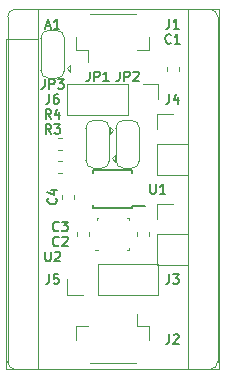
<source format=gbr>
%TF.GenerationSoftware,KiCad,Pcbnew,5.1.6+dfsg1-1~bpo10+1*%
%TF.CreationDate,Date%
%TF.ProjectId,ProMicro_QWIIC,50726f4d-6963-4726-9f5f-51574949432e,v1.0*%
%TF.SameCoordinates,Original*%
%TF.FileFunction,Legend,Top*%
%TF.FilePolarity,Positive*%
%FSLAX45Y45*%
G04 Gerber Fmt 4.5, Leading zero omitted, Abs format (unit mm)*
G04 Created by KiCad*
%MOMM*%
%LPD*%
G01*
G04 APERTURE LIST*
%TA.AperFunction,Profile*%
%ADD10C,0.100000*%
%TD*%
%ADD11C,0.120000*%
%ADD12C,0.100000*%
%ADD13C,0.150000*%
%ADD14C,0.200000*%
%ADD15R,1.500000X1.000000*%
%ADD16O,1.700000X1.700000*%
%ADD17R,1.700000X1.700000*%
%ADD18R,0.500000X0.350000*%
%ADD19R,1.100000X0.250000*%
%ADD20O,1.600000X1.600000*%
%ADD21R,1.600000X1.600000*%
G04 APERTURE END LIST*
D10*
X1651000Y63500D02*
X1651000Y-2857500D01*
X-127000Y-2857500D02*
X-127000Y63500D01*
X-63500Y-2921000D02*
G75*
G02*
X-127000Y-2857500I0J63500D01*
G01*
X1651000Y-2857500D02*
G75*
G02*
X1587500Y-2921000I-63500J0D01*
G01*
X1587500Y127000D02*
G75*
G02*
X1651000Y63500I0J-63500D01*
G01*
X-127000Y63500D02*
G75*
G02*
X-63500Y127000I63500J0D01*
G01*
X1587500Y-2921000D02*
X-63500Y-2921000D01*
X-63500Y127000D02*
X1587500Y127000D01*
D11*
X374000Y-374000D02*
X404000Y-344000D01*
X404000Y-404000D02*
X404000Y-344000D01*
X374000Y-374000D02*
X404000Y-404000D01*
X284000Y-459000D02*
X224000Y-459000D01*
X354000Y-114000D02*
X354000Y-394000D01*
X224000Y-49000D02*
X284000Y-49000D01*
X154000Y-394000D02*
X154000Y-114000D01*
X224000Y-459000D02*
G75*
G02*
X154000Y-389000I0J70000D01*
G01*
X354000Y-389000D02*
G75*
G02*
X284000Y-459000I-70000J0D01*
G01*
X284000Y-49000D02*
G75*
G02*
X354000Y-119000I0J-70000D01*
G01*
X154000Y-119000D02*
G75*
G02*
X224000Y-49000I70000J0D01*
G01*
X457000Y-1794278D02*
X457000Y-1761722D01*
X559000Y-1794278D02*
X559000Y-1761722D01*
X965000Y-1794278D02*
X965000Y-1761722D01*
X1067000Y-1794278D02*
X1067000Y-1761722D01*
X375000Y-502000D02*
X375000Y-768000D01*
X889000Y-502000D02*
X375000Y-502000D01*
X889000Y-768000D02*
X375000Y-768000D01*
X889000Y-502000D02*
X889000Y-768000D01*
X1016000Y-502000D02*
X1149000Y-502000D01*
X1149000Y-502000D02*
X1149000Y-635000D01*
X1149000Y-2292000D02*
X1149000Y-2026000D01*
X635000Y-2292000D02*
X1149000Y-2292000D01*
X635000Y-2026000D02*
X1149000Y-2026000D01*
X635000Y-2292000D02*
X635000Y-2026000D01*
X508000Y-2292000D02*
X375000Y-2292000D01*
X375000Y-2292000D02*
X375000Y-2159000D01*
X769000Y-896000D02*
X739000Y-926000D01*
X739000Y-866000D02*
X739000Y-926000D01*
X769000Y-896000D02*
X739000Y-866000D01*
X859000Y-811000D02*
X919000Y-811000D01*
X789000Y-1156000D02*
X789000Y-876000D01*
X919000Y-1221000D02*
X859000Y-1221000D01*
X989000Y-876000D02*
X989000Y-1156000D01*
X919000Y-811000D02*
G75*
G02*
X989000Y-881000I0J-70000D01*
G01*
X789000Y-881000D02*
G75*
G02*
X859000Y-811000I70000J0D01*
G01*
X859000Y-1221000D02*
G75*
G02*
X789000Y-1151000I0J70000D01*
G01*
X989000Y-1151000D02*
G75*
G02*
X919000Y-1221000I-70000J0D01*
G01*
X755000Y-1136000D02*
X785000Y-1106000D01*
X785000Y-1166000D02*
X785000Y-1106000D01*
X755000Y-1136000D02*
X785000Y-1166000D01*
X665000Y-1221000D02*
X605000Y-1221000D01*
X735000Y-876000D02*
X735000Y-1156000D01*
X605000Y-811000D02*
X665000Y-811000D01*
X535000Y-1156000D02*
X535000Y-876000D01*
X605000Y-1221000D02*
G75*
G02*
X535000Y-1151000I0J70000D01*
G01*
X735000Y-1151000D02*
G75*
G02*
X665000Y-1221000I-70000J0D01*
G01*
X665000Y-811000D02*
G75*
G02*
X735000Y-881000I0J-70000D01*
G01*
X535000Y-881000D02*
G75*
G02*
X605000Y-811000I70000J0D01*
G01*
D12*
X898000Y-1913000D02*
X898000Y-1898000D01*
X897000Y-1913000D02*
X882000Y-1913000D01*
X897000Y-1643000D02*
X882000Y-1643000D01*
X897000Y-1643000D02*
X897000Y-1658000D01*
X627000Y-1658000D02*
X627000Y-1643000D01*
X627000Y-1643000D02*
X642000Y-1643000D01*
X642000Y-1913000D02*
X617000Y-1913000D01*
D13*
X924500Y-1559500D02*
X924500Y-1542000D01*
X599500Y-1559500D02*
X599500Y-1532000D01*
X599500Y-1234500D02*
X599500Y-1262000D01*
X924500Y-1234500D02*
X924500Y-1262000D01*
X924500Y-1559500D02*
X599500Y-1559500D01*
X924500Y-1234500D02*
X599500Y-1234500D01*
X924500Y-1542000D02*
X1032000Y-1542000D01*
D11*
X1137000Y-1276000D02*
X1403000Y-1276000D01*
X1137000Y-1016000D02*
X1137000Y-1276000D01*
X1403000Y-1016000D02*
X1403000Y-1276000D01*
X1137000Y-1016000D02*
X1403000Y-1016000D01*
X1137000Y-889000D02*
X1137000Y-756000D01*
X1137000Y-756000D02*
X1270000Y-756000D01*
X1137000Y-2038000D02*
X1403000Y-2038000D01*
X1137000Y-1778000D02*
X1137000Y-2038000D01*
X1403000Y-1778000D02*
X1403000Y-2038000D01*
X1137000Y-1778000D02*
X1403000Y-1778000D01*
X1137000Y-1651000D02*
X1137000Y-1518000D01*
X1137000Y-1518000D02*
X1270000Y-1518000D01*
X301222Y-965000D02*
X333778Y-965000D01*
X301222Y-1067000D02*
X333778Y-1067000D01*
X301222Y-1155500D02*
X333778Y-1155500D01*
X301222Y-1257500D02*
X333778Y-1257500D01*
X1219000Y-397278D02*
X1219000Y-364722D01*
X1321000Y-397278D02*
X1321000Y-364722D01*
X1073000Y-2671000D02*
X1073000Y-2556000D01*
X1073000Y-2556000D02*
X968000Y-2556000D01*
X968000Y-2556000D02*
X968000Y-2457000D01*
X451000Y-2671000D02*
X451000Y-2556000D01*
X451000Y-2556000D02*
X556000Y-2556000D01*
X956000Y-2868000D02*
X568000Y-2868000D01*
X451000Y-106000D02*
X451000Y-221000D01*
X451000Y-221000D02*
X556000Y-221000D01*
X556000Y-221000D02*
X556000Y-320000D01*
X1073000Y-106000D02*
X1073000Y-221000D01*
X1073000Y-221000D02*
X968000Y-221000D01*
X568000Y91000D02*
X956000Y91000D01*
X1664000Y127000D02*
X127000Y127000D01*
X1664000Y-2921000D02*
X1664000Y127000D01*
X-140000Y-2921000D02*
X1664000Y-2921000D01*
X127000Y127000D02*
X127000Y-2921000D01*
X127000Y-127000D02*
X-140000Y-127000D01*
X1397000Y127000D02*
X1397000Y-2921000D01*
X-140000Y-127000D02*
X-140000Y-2921000D01*
X432000Y-1444222D02*
X432000Y-1476778D01*
X330000Y-1444222D02*
X330000Y-1476778D01*
D14*
X187333Y-464190D02*
X187333Y-521333D01*
X183524Y-532762D01*
X175905Y-540381D01*
X164476Y-544190D01*
X156857Y-544190D01*
X225428Y-544190D02*
X225428Y-464190D01*
X255905Y-464190D01*
X263524Y-468000D01*
X267333Y-471809D01*
X271143Y-479428D01*
X271143Y-490857D01*
X267333Y-498476D01*
X263524Y-502286D01*
X255905Y-506095D01*
X225428Y-506095D01*
X297810Y-464190D02*
X347333Y-464190D01*
X320667Y-494667D01*
X332095Y-494667D01*
X339714Y-498476D01*
X343524Y-502286D01*
X347333Y-509905D01*
X347333Y-528952D01*
X343524Y-536571D01*
X339714Y-540381D01*
X332095Y-544190D01*
X309238Y-544190D01*
X301619Y-540381D01*
X297810Y-536571D01*
X304167Y-1743071D02*
X300357Y-1746881D01*
X288929Y-1750690D01*
X281310Y-1750690D01*
X269881Y-1746881D01*
X262262Y-1739262D01*
X258452Y-1731643D01*
X254643Y-1716405D01*
X254643Y-1704976D01*
X258452Y-1689738D01*
X262262Y-1682119D01*
X269881Y-1674500D01*
X281310Y-1670690D01*
X288929Y-1670690D01*
X300357Y-1674500D01*
X304167Y-1678309D01*
X330833Y-1670690D02*
X380357Y-1670690D01*
X353690Y-1701167D01*
X365119Y-1701167D01*
X372738Y-1704976D01*
X376548Y-1708786D01*
X380357Y-1716405D01*
X380357Y-1735452D01*
X376548Y-1743071D01*
X372738Y-1746881D01*
X365119Y-1750690D01*
X342262Y-1750690D01*
X334643Y-1746881D01*
X330833Y-1743071D01*
X304167Y-1870071D02*
X300357Y-1873881D01*
X288929Y-1877690D01*
X281310Y-1877690D01*
X269881Y-1873881D01*
X262262Y-1866262D01*
X258452Y-1858643D01*
X254643Y-1843405D01*
X254643Y-1831976D01*
X258452Y-1816738D01*
X262262Y-1809119D01*
X269881Y-1801500D01*
X281310Y-1797690D01*
X288929Y-1797690D01*
X300357Y-1801500D01*
X304167Y-1805309D01*
X334643Y-1805309D02*
X338452Y-1801500D01*
X346071Y-1797690D01*
X365119Y-1797690D01*
X372738Y-1801500D01*
X376548Y-1805309D01*
X380357Y-1812928D01*
X380357Y-1820548D01*
X376548Y-1831976D01*
X330833Y-1877690D01*
X380357Y-1877690D01*
X227333Y-591190D02*
X227333Y-648333D01*
X223524Y-659762D01*
X215905Y-667381D01*
X204476Y-671190D01*
X196857Y-671190D01*
X299714Y-591190D02*
X284476Y-591190D01*
X276857Y-595000D01*
X273048Y-598810D01*
X265429Y-610238D01*
X261619Y-625476D01*
X261619Y-655952D01*
X265429Y-663571D01*
X269238Y-667381D01*
X276857Y-671190D01*
X292095Y-671190D01*
X299714Y-667381D01*
X303524Y-663571D01*
X307333Y-655952D01*
X307333Y-636905D01*
X303524Y-629286D01*
X299714Y-625476D01*
X292095Y-621667D01*
X276857Y-621667D01*
X269238Y-625476D01*
X265429Y-629286D01*
X261619Y-636905D01*
X227333Y-2115190D02*
X227333Y-2172333D01*
X223524Y-2183762D01*
X215905Y-2191381D01*
X204476Y-2195190D01*
X196857Y-2195190D01*
X303524Y-2115190D02*
X265429Y-2115190D01*
X261619Y-2153286D01*
X265429Y-2149476D01*
X273048Y-2145667D01*
X292095Y-2145667D01*
X299714Y-2149476D01*
X303524Y-2153286D01*
X307333Y-2160905D01*
X307333Y-2179952D01*
X303524Y-2187571D01*
X299714Y-2191381D01*
X292095Y-2195190D01*
X273048Y-2195190D01*
X265429Y-2191381D01*
X261619Y-2187571D01*
X822333Y-400690D02*
X822333Y-457833D01*
X818524Y-469262D01*
X810905Y-476881D01*
X799476Y-480690D01*
X791857Y-480690D01*
X860428Y-480690D02*
X860428Y-400690D01*
X890905Y-400690D01*
X898524Y-404500D01*
X902333Y-408309D01*
X906143Y-415928D01*
X906143Y-427357D01*
X902333Y-434976D01*
X898524Y-438786D01*
X890905Y-442595D01*
X860428Y-442595D01*
X936619Y-408309D02*
X940428Y-404500D01*
X948048Y-400690D01*
X967095Y-400690D01*
X974714Y-404500D01*
X978524Y-408309D01*
X982333Y-415928D01*
X982333Y-423548D01*
X978524Y-434976D01*
X932809Y-480690D01*
X982333Y-480690D01*
X568333Y-400690D02*
X568333Y-457833D01*
X564524Y-469262D01*
X556905Y-476881D01*
X545476Y-480690D01*
X537857Y-480690D01*
X606429Y-480690D02*
X606429Y-400690D01*
X636905Y-400690D01*
X644524Y-404500D01*
X648333Y-408309D01*
X652143Y-415928D01*
X652143Y-427357D01*
X648333Y-434976D01*
X644524Y-438786D01*
X636905Y-442595D01*
X606429Y-442595D01*
X728333Y-480690D02*
X682619Y-480690D01*
X705476Y-480690D02*
X705476Y-400690D01*
X697857Y-412119D01*
X690238Y-419738D01*
X682619Y-423548D01*
X193048Y-1924690D02*
X193048Y-1989452D01*
X196857Y-1997071D01*
X200667Y-2000881D01*
X208286Y-2004690D01*
X223524Y-2004690D01*
X231143Y-2000881D01*
X234952Y-1997071D01*
X238762Y-1989452D01*
X238762Y-1924690D01*
X273048Y-1932309D02*
X276857Y-1928500D01*
X284476Y-1924690D01*
X303524Y-1924690D01*
X311143Y-1928500D01*
X314952Y-1932309D01*
X318762Y-1939928D01*
X318762Y-1947548D01*
X314952Y-1958976D01*
X269238Y-2004690D01*
X318762Y-2004690D01*
X1082048Y-1353190D02*
X1082048Y-1417952D01*
X1085857Y-1425571D01*
X1089667Y-1429381D01*
X1097286Y-1433190D01*
X1112524Y-1433190D01*
X1120143Y-1429381D01*
X1123952Y-1425571D01*
X1127762Y-1417952D01*
X1127762Y-1353190D01*
X1207762Y-1433190D02*
X1162048Y-1433190D01*
X1184905Y-1433190D02*
X1184905Y-1353190D01*
X1177286Y-1364619D01*
X1169667Y-1372238D01*
X1162048Y-1376048D01*
X1243333Y-591190D02*
X1243333Y-648333D01*
X1239524Y-659762D01*
X1231905Y-667381D01*
X1220476Y-671190D01*
X1212857Y-671190D01*
X1315714Y-617857D02*
X1315714Y-671190D01*
X1296667Y-587381D02*
X1277619Y-644524D01*
X1327143Y-644524D01*
X1243333Y-2115190D02*
X1243333Y-2172333D01*
X1239524Y-2183762D01*
X1231905Y-2191381D01*
X1220476Y-2195190D01*
X1212857Y-2195190D01*
X1273810Y-2115190D02*
X1323333Y-2115190D01*
X1296667Y-2145667D01*
X1308095Y-2145667D01*
X1315714Y-2149476D01*
X1319524Y-2153286D01*
X1323333Y-2160905D01*
X1323333Y-2179952D01*
X1319524Y-2187571D01*
X1315714Y-2191381D01*
X1308095Y-2195190D01*
X1285238Y-2195190D01*
X1277619Y-2191381D01*
X1273810Y-2187571D01*
X240667Y-798190D02*
X214000Y-760095D01*
X194952Y-798190D02*
X194952Y-718190D01*
X225428Y-718190D01*
X233048Y-722000D01*
X236857Y-725809D01*
X240667Y-733428D01*
X240667Y-744857D01*
X236857Y-752476D01*
X233048Y-756286D01*
X225428Y-760095D01*
X194952Y-760095D01*
X309238Y-744857D02*
X309238Y-798190D01*
X290190Y-714381D02*
X271143Y-771524D01*
X320667Y-771524D01*
X240667Y-925190D02*
X214000Y-887095D01*
X194952Y-925190D02*
X194952Y-845190D01*
X225428Y-845190D01*
X233048Y-849000D01*
X236857Y-852809D01*
X240667Y-860428D01*
X240667Y-871857D01*
X236857Y-879476D01*
X233048Y-883286D01*
X225428Y-887095D01*
X194952Y-887095D01*
X267333Y-845190D02*
X316857Y-845190D01*
X290190Y-875667D01*
X301619Y-875667D01*
X309238Y-879476D01*
X313048Y-883286D01*
X316857Y-890905D01*
X316857Y-909952D01*
X313048Y-917571D01*
X309238Y-921381D01*
X301619Y-925190D01*
X278762Y-925190D01*
X271143Y-921381D01*
X267333Y-917571D01*
X1256667Y-155571D02*
X1252857Y-159381D01*
X1241429Y-163190D01*
X1233810Y-163190D01*
X1222381Y-159381D01*
X1214762Y-151762D01*
X1210952Y-144143D01*
X1207143Y-128905D01*
X1207143Y-117476D01*
X1210952Y-102238D01*
X1214762Y-94619D01*
X1222381Y-87000D01*
X1233810Y-83190D01*
X1241429Y-83190D01*
X1252857Y-87000D01*
X1256667Y-90809D01*
X1332857Y-163190D02*
X1287143Y-163190D01*
X1310000Y-163190D02*
X1310000Y-83190D01*
X1302381Y-94619D01*
X1294762Y-102238D01*
X1287143Y-106048D01*
X1243333Y-2623190D02*
X1243333Y-2680333D01*
X1239524Y-2691762D01*
X1231905Y-2699381D01*
X1220476Y-2703190D01*
X1212857Y-2703190D01*
X1277619Y-2630810D02*
X1281429Y-2627000D01*
X1289048Y-2623190D01*
X1308095Y-2623190D01*
X1315714Y-2627000D01*
X1319524Y-2630810D01*
X1323333Y-2638429D01*
X1323333Y-2646048D01*
X1319524Y-2657476D01*
X1273810Y-2703190D01*
X1323333Y-2703190D01*
X1243333Y43810D02*
X1243333Y-13333D01*
X1239524Y-24762D01*
X1231905Y-32381D01*
X1220476Y-36190D01*
X1212857Y-36190D01*
X1323333Y-36190D02*
X1277619Y-36190D01*
X1300476Y-36190D02*
X1300476Y43810D01*
X1292857Y32381D01*
X1285238Y24762D01*
X1277619Y20952D01*
X196857Y-13333D02*
X234952Y-13333D01*
X189238Y-36190D02*
X215905Y43810D01*
X242571Y-36190D01*
X311143Y-36190D02*
X265429Y-36190D01*
X288286Y-36190D02*
X288286Y43810D01*
X280667Y32381D01*
X273048Y24762D01*
X265429Y20952D01*
X282571Y-1473833D02*
X286381Y-1477643D01*
X290190Y-1489071D01*
X290190Y-1496690D01*
X286381Y-1508119D01*
X278762Y-1515738D01*
X271143Y-1519548D01*
X255905Y-1523357D01*
X244476Y-1523357D01*
X229238Y-1519548D01*
X221619Y-1515738D01*
X214000Y-1508119D01*
X210190Y-1496690D01*
X210190Y-1489071D01*
X214000Y-1477643D01*
X217809Y-1473833D01*
X236857Y-1405262D02*
X290190Y-1405262D01*
X206381Y-1424309D02*
X263524Y-1443357D01*
X263524Y-1393833D01*
%LPC*%
D13*
G36*
X329000Y-329000D02*
G01*
X329000Y-384000D01*
X328940Y-384000D01*
X328940Y-386453D01*
X328459Y-391336D01*
X327502Y-396149D01*
X326077Y-400844D01*
X324200Y-405378D01*
X321886Y-409705D01*
X319160Y-413785D01*
X316048Y-417578D01*
X312578Y-421048D01*
X308785Y-424160D01*
X304705Y-426886D01*
X300378Y-429199D01*
X295845Y-431077D01*
X291149Y-432502D01*
X286337Y-433459D01*
X281453Y-433940D01*
X279000Y-433940D01*
X279000Y-434000D01*
X229000Y-434000D01*
X229000Y-433940D01*
X226547Y-433940D01*
X221663Y-433459D01*
X216851Y-432502D01*
X212155Y-431077D01*
X207622Y-429199D01*
X203295Y-426886D01*
X199215Y-424160D01*
X195422Y-421048D01*
X191952Y-417578D01*
X188840Y-413785D01*
X186114Y-409705D01*
X183800Y-405378D01*
X181923Y-400844D01*
X180498Y-396149D01*
X179541Y-391336D01*
X179060Y-386453D01*
X179060Y-384000D01*
X179000Y-384000D01*
X179000Y-329000D01*
X329000Y-329000D01*
G37*
D15*
X254000Y-254000D03*
D13*
G36*
X179060Y-124000D02*
G01*
X179060Y-121547D01*
X179541Y-116663D01*
X180498Y-111851D01*
X181923Y-107155D01*
X183800Y-102622D01*
X186114Y-98295D01*
X188840Y-94215D01*
X191952Y-90422D01*
X195422Y-86952D01*
X199215Y-83840D01*
X203295Y-81114D01*
X207622Y-78801D01*
X212155Y-76923D01*
X216851Y-75498D01*
X221663Y-74541D01*
X226547Y-74060D01*
X229000Y-74060D01*
X229000Y-74000D01*
X279000Y-74000D01*
X279000Y-74060D01*
X281453Y-74060D01*
X286337Y-74541D01*
X291149Y-75498D01*
X295845Y-76923D01*
X300378Y-78801D01*
X304705Y-81114D01*
X308785Y-83840D01*
X312578Y-86952D01*
X316048Y-90422D01*
X319160Y-94215D01*
X321886Y-98295D01*
X324200Y-102622D01*
X326077Y-107155D01*
X327502Y-111851D01*
X328459Y-116663D01*
X328940Y-121547D01*
X328940Y-124000D01*
X329000Y-124000D01*
X329000Y-179000D01*
X179000Y-179000D01*
X179000Y-124000D01*
X179060Y-124000D01*
G37*
G36*
G01*
X533625Y-1743000D02*
X482375Y-1743000D01*
G75*
G02*
X460500Y-1721125I0J21875D01*
G01*
X460500Y-1677375D01*
G75*
G02*
X482375Y-1655500I21875J0D01*
G01*
X533625Y-1655500D01*
G75*
G02*
X555500Y-1677375I0J-21875D01*
G01*
X555500Y-1721125D01*
G75*
G02*
X533625Y-1743000I-21875J0D01*
G01*
G37*
G36*
G01*
X533625Y-1900500D02*
X482375Y-1900500D01*
G75*
G02*
X460500Y-1878625I0J21875D01*
G01*
X460500Y-1834875D01*
G75*
G02*
X482375Y-1813000I21875J0D01*
G01*
X533625Y-1813000D01*
G75*
G02*
X555500Y-1834875I0J-21875D01*
G01*
X555500Y-1878625D01*
G75*
G02*
X533625Y-1900500I-21875J0D01*
G01*
G37*
G36*
G01*
X1041625Y-1743000D02*
X990375Y-1743000D01*
G75*
G02*
X968500Y-1721125I0J21875D01*
G01*
X968500Y-1677375D01*
G75*
G02*
X990375Y-1655500I21875J0D01*
G01*
X1041625Y-1655500D01*
G75*
G02*
X1063500Y-1677375I0J-21875D01*
G01*
X1063500Y-1721125D01*
G75*
G02*
X1041625Y-1743000I-21875J0D01*
G01*
G37*
G36*
G01*
X1041625Y-1900500D02*
X990375Y-1900500D01*
G75*
G02*
X968500Y-1878625I0J21875D01*
G01*
X968500Y-1834875D01*
G75*
G02*
X990375Y-1813000I21875J0D01*
G01*
X1041625Y-1813000D01*
G75*
G02*
X1063500Y-1834875I0J-21875D01*
G01*
X1063500Y-1878625D01*
G75*
G02*
X1041625Y-1900500I-21875J0D01*
G01*
G37*
D16*
X508000Y-635000D03*
X762000Y-635000D03*
D17*
X1016000Y-635000D03*
D16*
X1016000Y-2159000D03*
X762000Y-2159000D03*
D17*
X508000Y-2159000D03*
D13*
G36*
X814000Y-941000D02*
G01*
X814000Y-886000D01*
X814060Y-886000D01*
X814060Y-883547D01*
X814541Y-878663D01*
X815498Y-873851D01*
X816923Y-869155D01*
X818800Y-864622D01*
X821114Y-860295D01*
X823840Y-856215D01*
X826952Y-852422D01*
X830422Y-848952D01*
X834215Y-845840D01*
X838295Y-843114D01*
X842622Y-840800D01*
X847155Y-838923D01*
X851851Y-837498D01*
X856663Y-836541D01*
X861547Y-836060D01*
X864000Y-836060D01*
X864000Y-836000D01*
X914000Y-836000D01*
X914000Y-836060D01*
X916453Y-836060D01*
X921336Y-836541D01*
X926149Y-837498D01*
X930844Y-838923D01*
X935378Y-840800D01*
X939705Y-843114D01*
X943785Y-845840D01*
X947578Y-848952D01*
X951048Y-852422D01*
X954160Y-856215D01*
X956886Y-860295D01*
X959199Y-864622D01*
X961077Y-869155D01*
X962502Y-873851D01*
X963459Y-878663D01*
X963940Y-883547D01*
X963940Y-886000D01*
X964000Y-886000D01*
X964000Y-941000D01*
X814000Y-941000D01*
G37*
D15*
X889000Y-1016000D03*
D13*
G36*
X963940Y-1146000D02*
G01*
X963940Y-1148453D01*
X963459Y-1153337D01*
X962502Y-1158149D01*
X961077Y-1162845D01*
X959199Y-1167378D01*
X956886Y-1171705D01*
X954160Y-1175785D01*
X951048Y-1179578D01*
X947578Y-1183048D01*
X943785Y-1186160D01*
X939705Y-1188886D01*
X935378Y-1191200D01*
X930844Y-1193077D01*
X926149Y-1194502D01*
X921336Y-1195459D01*
X916453Y-1195940D01*
X914000Y-1195940D01*
X914000Y-1196000D01*
X864000Y-1196000D01*
X864000Y-1195940D01*
X861547Y-1195940D01*
X856663Y-1195459D01*
X851851Y-1194502D01*
X847155Y-1193077D01*
X842622Y-1191200D01*
X838295Y-1188886D01*
X834215Y-1186160D01*
X830422Y-1183048D01*
X826952Y-1179578D01*
X823840Y-1175785D01*
X821114Y-1171705D01*
X818800Y-1167378D01*
X816923Y-1162845D01*
X815498Y-1158149D01*
X814541Y-1153337D01*
X814060Y-1148453D01*
X814060Y-1146000D01*
X814000Y-1146000D01*
X814000Y-1091000D01*
X964000Y-1091000D01*
X964000Y-1146000D01*
X963940Y-1146000D01*
G37*
G36*
X710000Y-1091000D02*
G01*
X710000Y-1146000D01*
X709940Y-1146000D01*
X709940Y-1148453D01*
X709459Y-1153337D01*
X708502Y-1158149D01*
X707077Y-1162845D01*
X705199Y-1167378D01*
X702886Y-1171705D01*
X700160Y-1175785D01*
X697048Y-1179578D01*
X693578Y-1183048D01*
X689785Y-1186160D01*
X685705Y-1188886D01*
X681378Y-1191200D01*
X676845Y-1193077D01*
X672149Y-1194502D01*
X667337Y-1195459D01*
X662453Y-1195940D01*
X660000Y-1195940D01*
X660000Y-1196000D01*
X610000Y-1196000D01*
X610000Y-1195940D01*
X607547Y-1195940D01*
X602664Y-1195459D01*
X597851Y-1194502D01*
X593156Y-1193077D01*
X588622Y-1191200D01*
X584295Y-1188886D01*
X580215Y-1186160D01*
X576422Y-1183048D01*
X572952Y-1179578D01*
X569840Y-1175785D01*
X567114Y-1171705D01*
X564801Y-1167378D01*
X562923Y-1162845D01*
X561498Y-1158149D01*
X560541Y-1153337D01*
X560060Y-1148453D01*
X560060Y-1146000D01*
X560000Y-1146000D01*
X560000Y-1091000D01*
X710000Y-1091000D01*
G37*
D15*
X635000Y-1016000D03*
D13*
G36*
X560060Y-886000D02*
G01*
X560060Y-883547D01*
X560541Y-878663D01*
X561498Y-873851D01*
X562923Y-869155D01*
X564801Y-864622D01*
X567114Y-860295D01*
X569840Y-856215D01*
X572952Y-852422D01*
X576422Y-848952D01*
X580215Y-845840D01*
X584295Y-843114D01*
X588622Y-840800D01*
X593156Y-838923D01*
X597851Y-837498D01*
X602664Y-836541D01*
X607547Y-836060D01*
X610000Y-836060D01*
X610000Y-836000D01*
X660000Y-836000D01*
X660000Y-836060D01*
X662453Y-836060D01*
X667337Y-836541D01*
X672149Y-837498D01*
X676845Y-838923D01*
X681378Y-840800D01*
X685705Y-843114D01*
X689785Y-845840D01*
X693578Y-848952D01*
X697048Y-852422D01*
X700160Y-856215D01*
X702886Y-860295D01*
X705199Y-864622D01*
X707077Y-869155D01*
X708502Y-873851D01*
X709459Y-878663D01*
X709940Y-883547D01*
X709940Y-886000D01*
X710000Y-886000D01*
X710000Y-941000D01*
X560000Y-941000D01*
X560000Y-886000D01*
X560060Y-886000D01*
G37*
D18*
X864500Y-1680500D03*
X864500Y-1745500D03*
X864500Y-1810500D03*
X864500Y-1875500D03*
X659500Y-1875500D03*
X659500Y-1810500D03*
X659500Y-1745500D03*
X659500Y-1680500D03*
D19*
X547000Y-1497000D03*
X547000Y-1447000D03*
X547000Y-1397000D03*
X547000Y-1347000D03*
X547000Y-1297000D03*
X977000Y-1297000D03*
X977000Y-1347000D03*
X977000Y-1397000D03*
X977000Y-1447000D03*
X977000Y-1497000D03*
D16*
X1270000Y-1143000D03*
D17*
X1270000Y-889000D03*
D16*
X1270000Y-1905000D03*
D17*
X1270000Y-1651000D03*
G36*
G01*
X352500Y-1041625D02*
X352500Y-990375D01*
G75*
G02*
X374375Y-968500I21875J0D01*
G01*
X418125Y-968500D01*
G75*
G02*
X440000Y-990375I0J-21875D01*
G01*
X440000Y-1041625D01*
G75*
G02*
X418125Y-1063500I-21875J0D01*
G01*
X374375Y-1063500D01*
G75*
G02*
X352500Y-1041625I0J21875D01*
G01*
G37*
G36*
G01*
X195000Y-1041625D02*
X195000Y-990375D01*
G75*
G02*
X216875Y-968500I21875J0D01*
G01*
X260625Y-968500D01*
G75*
G02*
X282500Y-990375I0J-21875D01*
G01*
X282500Y-1041625D01*
G75*
G02*
X260625Y-1063500I-21875J0D01*
G01*
X216875Y-1063500D01*
G75*
G02*
X195000Y-1041625I0J21875D01*
G01*
G37*
G36*
G01*
X352500Y-1232125D02*
X352500Y-1180875D01*
G75*
G02*
X374375Y-1159000I21875J0D01*
G01*
X418125Y-1159000D01*
G75*
G02*
X440000Y-1180875I0J-21875D01*
G01*
X440000Y-1232125D01*
G75*
G02*
X418125Y-1254000I-21875J0D01*
G01*
X374375Y-1254000D01*
G75*
G02*
X352500Y-1232125I0J21875D01*
G01*
G37*
G36*
G01*
X195000Y-1232125D02*
X195000Y-1180875D01*
G75*
G02*
X216875Y-1159000I21875J0D01*
G01*
X260625Y-1159000D01*
G75*
G02*
X282500Y-1180875I0J-21875D01*
G01*
X282500Y-1232125D01*
G75*
G02*
X260625Y-1254000I-21875J0D01*
G01*
X216875Y-1254000D01*
G75*
G02*
X195000Y-1232125I0J21875D01*
G01*
G37*
G36*
G01*
X1295625Y-346000D02*
X1244375Y-346000D01*
G75*
G02*
X1222500Y-324125I0J21875D01*
G01*
X1222500Y-280375D01*
G75*
G02*
X1244375Y-258500I21875J0D01*
G01*
X1295625Y-258500D01*
G75*
G02*
X1317500Y-280375I0J-21875D01*
G01*
X1317500Y-324125D01*
G75*
G02*
X1295625Y-346000I-21875J0D01*
G01*
G37*
G36*
G01*
X1295625Y-503500D02*
X1244375Y-503500D01*
G75*
G02*
X1222500Y-481625I0J21875D01*
G01*
X1222500Y-437875D01*
G75*
G02*
X1244375Y-416000I21875J0D01*
G01*
X1295625Y-416000D01*
G75*
G02*
X1317500Y-437875I0J-21875D01*
G01*
X1317500Y-481625D01*
G75*
G02*
X1295625Y-503500I-21875J0D01*
G01*
G37*
G36*
G01*
X542000Y-2722000D02*
X542000Y-2852000D01*
G75*
G02*
X517000Y-2877000I-25000J0D01*
G01*
X447000Y-2877000D01*
G75*
G02*
X422000Y-2852000I0J25000D01*
G01*
X422000Y-2722000D01*
G75*
G02*
X447000Y-2697000I25000J0D01*
G01*
X517000Y-2697000D01*
G75*
G02*
X542000Y-2722000I0J-25000D01*
G01*
G37*
G36*
G01*
X1102000Y-2722000D02*
X1102000Y-2852000D01*
G75*
G02*
X1077000Y-2877000I-25000J0D01*
G01*
X1007000Y-2877000D01*
G75*
G02*
X982000Y-2852000I0J25000D01*
G01*
X982000Y-2722000D01*
G75*
G02*
X1007000Y-2697000I25000J0D01*
G01*
X1077000Y-2697000D01*
G75*
G02*
X1102000Y-2722000I0J-25000D01*
G01*
G37*
G36*
G01*
X642000Y-2472000D02*
X642000Y-2597000D01*
G75*
G02*
X627000Y-2612000I-15000J0D01*
G01*
X597000Y-2612000D01*
G75*
G02*
X582000Y-2597000I0J15000D01*
G01*
X582000Y-2472000D01*
G75*
G02*
X597000Y-2457000I15000J0D01*
G01*
X627000Y-2457000D01*
G75*
G02*
X642000Y-2472000I0J-15000D01*
G01*
G37*
G36*
G01*
X742000Y-2472000D02*
X742000Y-2597000D01*
G75*
G02*
X727000Y-2612000I-15000J0D01*
G01*
X697000Y-2612000D01*
G75*
G02*
X682000Y-2597000I0J15000D01*
G01*
X682000Y-2472000D01*
G75*
G02*
X697000Y-2457000I15000J0D01*
G01*
X727000Y-2457000D01*
G75*
G02*
X742000Y-2472000I0J-15000D01*
G01*
G37*
G36*
G01*
X842000Y-2472000D02*
X842000Y-2597000D01*
G75*
G02*
X827000Y-2612000I-15000J0D01*
G01*
X797000Y-2612000D01*
G75*
G02*
X782000Y-2597000I0J15000D01*
G01*
X782000Y-2472000D01*
G75*
G02*
X797000Y-2457000I15000J0D01*
G01*
X827000Y-2457000D01*
G75*
G02*
X842000Y-2472000I0J-15000D01*
G01*
G37*
G36*
G01*
X942000Y-2472000D02*
X942000Y-2597000D01*
G75*
G02*
X927000Y-2612000I-15000J0D01*
G01*
X897000Y-2612000D01*
G75*
G02*
X882000Y-2597000I0J15000D01*
G01*
X882000Y-2472000D01*
G75*
G02*
X897000Y-2457000I15000J0D01*
G01*
X927000Y-2457000D01*
G75*
G02*
X942000Y-2472000I0J-15000D01*
G01*
G37*
G36*
G01*
X982000Y-55000D02*
X982000Y75000D01*
G75*
G02*
X1007000Y100000I25000J0D01*
G01*
X1077000Y100000D01*
G75*
G02*
X1102000Y75000I0J-25000D01*
G01*
X1102000Y-55000D01*
G75*
G02*
X1077000Y-80000I-25000J0D01*
G01*
X1007000Y-80000D01*
G75*
G02*
X982000Y-55000I0J25000D01*
G01*
G37*
G36*
G01*
X422000Y-55000D02*
X422000Y75000D01*
G75*
G02*
X447000Y100000I25000J0D01*
G01*
X517000Y100000D01*
G75*
G02*
X542000Y75000I0J-25000D01*
G01*
X542000Y-55000D01*
G75*
G02*
X517000Y-80000I-25000J0D01*
G01*
X447000Y-80000D01*
G75*
G02*
X422000Y-55000I0J25000D01*
G01*
G37*
G36*
G01*
X882000Y-305000D02*
X882000Y-180000D01*
G75*
G02*
X897000Y-165000I15000J0D01*
G01*
X927000Y-165000D01*
G75*
G02*
X942000Y-180000I0J-15000D01*
G01*
X942000Y-305000D01*
G75*
G02*
X927000Y-320000I-15000J0D01*
G01*
X897000Y-320000D01*
G75*
G02*
X882000Y-305000I0J15000D01*
G01*
G37*
G36*
G01*
X782000Y-305000D02*
X782000Y-180000D01*
G75*
G02*
X797000Y-165000I15000J0D01*
G01*
X827000Y-165000D01*
G75*
G02*
X842000Y-180000I0J-15000D01*
G01*
X842000Y-305000D01*
G75*
G02*
X827000Y-320000I-15000J0D01*
G01*
X797000Y-320000D01*
G75*
G02*
X782000Y-305000I0J15000D01*
G01*
G37*
G36*
G01*
X682000Y-305000D02*
X682000Y-180000D01*
G75*
G02*
X697000Y-165000I15000J0D01*
G01*
X727000Y-165000D01*
G75*
G02*
X742000Y-180000I0J-15000D01*
G01*
X742000Y-305000D01*
G75*
G02*
X727000Y-320000I-15000J0D01*
G01*
X697000Y-320000D01*
G75*
G02*
X682000Y-305000I0J15000D01*
G01*
G37*
G36*
G01*
X582000Y-305000D02*
X582000Y-180000D01*
G75*
G02*
X597000Y-165000I15000J0D01*
G01*
X627000Y-165000D01*
G75*
G02*
X642000Y-180000I0J-15000D01*
G01*
X642000Y-305000D01*
G75*
G02*
X627000Y-320000I-15000J0D01*
G01*
X597000Y-320000D01*
G75*
G02*
X582000Y-305000I0J15000D01*
G01*
G37*
D20*
X1524000Y0D03*
X1524000Y-254000D03*
X1524000Y-508000D03*
X0Y-2794000D03*
X1524000Y-762000D03*
X0Y-2540000D03*
X1524000Y-1016000D03*
X0Y-2286000D03*
X1524000Y-1270000D03*
X0Y-2032000D03*
X1524000Y-1524000D03*
X0Y-1778000D03*
X1524000Y-1778000D03*
X0Y-1524000D03*
X1524000Y-2032000D03*
X0Y-1270000D03*
X1524000Y-2286000D03*
X0Y-1016000D03*
X1524000Y-2540000D03*
X0Y-762000D03*
X1524000Y-2794000D03*
X0Y-508000D03*
X0Y-254000D03*
D21*
X0Y0D03*
G36*
G01*
X355375Y-1495500D02*
X406625Y-1495500D01*
G75*
G02*
X428500Y-1517375I0J-21875D01*
G01*
X428500Y-1561125D01*
G75*
G02*
X406625Y-1583000I-21875J0D01*
G01*
X355375Y-1583000D01*
G75*
G02*
X333500Y-1561125I0J21875D01*
G01*
X333500Y-1517375D01*
G75*
G02*
X355375Y-1495500I21875J0D01*
G01*
G37*
G36*
G01*
X355375Y-1338000D02*
X406625Y-1338000D01*
G75*
G02*
X428500Y-1359875I0J-21875D01*
G01*
X428500Y-1403625D01*
G75*
G02*
X406625Y-1425500I-21875J0D01*
G01*
X355375Y-1425500D01*
G75*
G02*
X333500Y-1403625I0J21875D01*
G01*
X333500Y-1359875D01*
G75*
G02*
X355375Y-1338000I21875J0D01*
G01*
G37*
M02*

</source>
